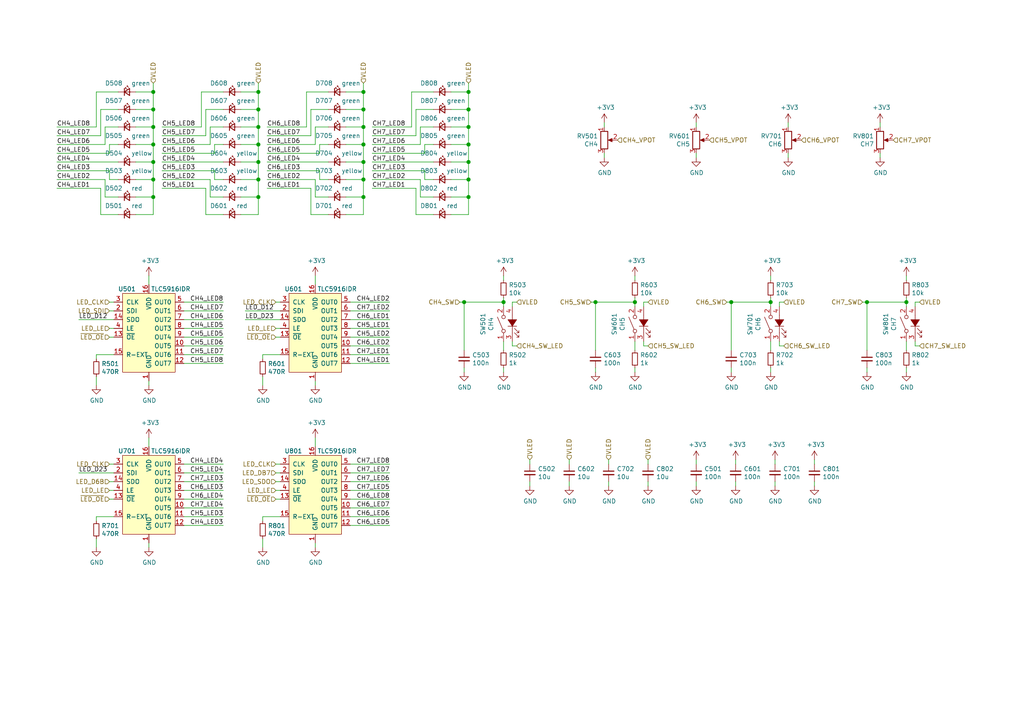
<source format=kicad_sch>
(kicad_sch (version 20211123) (generator eeschema)
  (paper "A4")
  (lib_symbols
    (symbol "Device:C_Small" (pin_numbers hide) (pin_names (offset 0.254) hide)
      (property "Reference" "C" (at 0.254 1.778 0))
      (property "Value" "C_Small" (at 0.254 -2.032 0))
      (symbol "C_Small_1_1"
        (pin passive line (at 0 2.54 270) (length 2.032) (name "~") (number "1"))
        (pin passive line (at 0 -2.54 90) (length 2.032) (name "~") (number "2"))
      )
    )
    (symbol "Device:LED_Small" (pin_numbers hide) (pin_names (offset 0.254) hide)
      (property "Reference" "D" (at -1.27 3.175 0))
      (property "Value" "LED_Small" (at -4.445 -2.54 0))
      (symbol "LED_Small_1_1"
        (pin passive line (at -2.54 0 0) (length 1.778) (name "K") (number "1"))
        (pin passive line (at 2.54 0 180) (length 1.778) (name "A") (number "2"))
      )
    )
    (symbol "Device:R_Potentiometer" (pin_names (offset 1.016) hide)
      (property "Reference" "RV" (at -4.445 0 90))
      (property "Value" "R_Potentiometer" (at -2.54 0 90))
      (symbol "R_Potentiometer_1_1"
        (pin passive line (at 0 3.81 270) (length 1.27) (name "1") (number "1"))
        (pin passive line (at 3.81 0 180) (length 1.27) (name "2") (number "2"))
        (pin passive line (at 0 -3.81 90) (length 1.27) (name "3") (number "3"))
      )
    )
    (symbol "Device:R_Small" (pin_numbers hide) (pin_names (offset 0.254) hide)
      (property "Reference" "R" (at 0.762 0.508 0))
      (property "Value" "R_Small" (at 0.762 -1.016 0))
      (symbol "R_Small_1_1"
        (pin passive line (at 0 2.54 270) (length 0.762) (name "~") (number "1"))
        (pin passive line (at 0 -2.54 90) (length 0.762) (name "~") (number "2"))
      )
    )
    (symbol "Switch:SW_SPST_LED" (pin_names (offset 1.016) hide)
      (property "Reference" "SW" (at 0.635 5.715 0))
      (property "Value" "SW_SPST_LED" (at 0 -3.175 0))
      (symbol "SW_SPST_LED_0_1"
        (pin passive line (at -5.08 2.54 0) (length 2.54) (name "1") (number "1"))
        (pin passive line (at 5.08 2.54 180) (length 2.54) (name "2") (number "2"))
        (pin passive line (at -5.08 0 0) (length 2.54) (name "K") (number "3"))
        (pin passive line (at 5.08 0 180) (length 2.54) (name "A") (number "4"))
      )
    )
    (symbol "power:+3.3V" (power) (pin_names (offset 0))
      (property "Value" "+3.3V" (at 0 3.556 0))
      (symbol "+3.3V_1_1"
        (pin power_in line (at 0 0 90) (length 0) hide (name "+3V3") (number "1"))
      )
    )
    (symbol "power:GND" (power) (pin_names (offset 0))
      (property "Value" "GND" (at 0 -3.81 0))
      (symbol "GND_1_1"
        (pin power_in line (at 0 0 270) (length 0) hide (name "GND") (number "1"))
      )
    )
    (symbol "twam-LED:TLC591x" (pin_names (offset 1.016))
      (property "Reference" "U" (at -12.7 127 0))
      (property "Value" "TLC591x" (at -12.7 128.27 0))
      (symbol "TLC591x_1_1"
        (pin power_in line (at 0 -13.97 90) (length 2.54) (name "GND") (number "1"))
        (pin power_out line (at 10.16 -3.81 180) (length 2.54) (name "OUT5") (number "10"))
        (pin power_out line (at 10.16 -6.35 180) (length 2.54) (name "OUT6") (number "11"))
        (pin power_out line (at 10.16 -8.89 180) (length 2.54) (name "OUT7") (number "12"))
        (pin input line (at -10.16 -1.27 0) (length 2.54) (name "~{OE}") (number "13"))
        (pin output line (at -10.16 3.81 0) (length 2.54) (name "SDO") (number "14"))
        (pin input line (at -10.16 -6.35 0) (length 2.54) (name "R-EXT") (number "15"))
        (pin power_in line (at 0 13.97 270) (length 2.54) (name "VDD") (number "16"))
        (pin input line (at -10.16 6.35 0) (length 2.54) (name "SDI") (number "2"))
        (pin input line (at -10.16 8.89 0) (length 2.54) (name "CLK") (number "3"))
        (pin input line (at -10.16 1.27 0) (length 2.54) (name "LE") (number "4"))
        (pin power_out line (at 10.16 8.89 180) (length 2.54) (name "OUT0") (number "5"))
        (pin power_out line (at 10.16 6.35 180) (length 2.54) (name "OUT1") (number "6"))
        (pin power_out line (at 10.16 3.81 180) (length 2.54) (name "OUT2") (number "7"))
        (pin power_out line (at 10.16 1.27 180) (length 2.54) (name "OUT3") (number "8"))
        (pin power_out line (at 10.16 -1.27 180) (length 2.54) (name "OUT4") (number "9"))
      )
    )
  )
  (junction (at 74.93 52.07) (diameter 1.016))
  (junction (at 172.72 87.63) (diameter 1.016))
  (junction (at 105.41 41.91) (diameter 1.016))
  (junction (at 74.93 31.75) (diameter 1.016))
  (junction (at 44.45 57.15) (diameter 1.016))
  (junction (at 135.89 41.91) (diameter 1.016))
  (junction (at 262.89 87.63) (diameter 1.016))
  (junction (at 105.41 52.07) (diameter 1.016))
  (junction (at 184.15 87.63) (diameter 1.016))
  (junction (at 135.89 57.15) (diameter 1.016))
  (junction (at 44.45 36.83) (diameter 1.016))
  (junction (at 74.93 57.15) (diameter 1.016))
  (junction (at 74.93 46.99) (diameter 1.016))
  (junction (at 135.89 52.07) (diameter 1.016))
  (junction (at 135.89 36.83) (diameter 1.016))
  (junction (at 105.41 36.83) (diameter 1.016))
  (junction (at 135.89 31.75) (diameter 1.016))
  (junction (at 105.41 57.15) (diameter 1.016))
  (junction (at 74.93 26.67) (diameter 1.016))
  (junction (at 135.89 26.67) (diameter 1.016))
  (junction (at 44.45 52.07) (diameter 1.016))
  (junction (at 105.41 46.99) (diameter 1.016))
  (junction (at 44.45 31.75) (diameter 1.016))
  (junction (at 251.46 87.63) (diameter 1.016))
  (junction (at 135.89 46.99) (diameter 1.016))
  (junction (at 44.45 41.91) (diameter 1.016))
  (junction (at 105.41 26.67) (diameter 1.016))
  (junction (at 223.52 87.63) (diameter 1.016))
  (junction (at 134.62 87.63) (diameter 1.016))
  (junction (at 74.93 41.91) (diameter 1.016))
  (junction (at 212.09 87.63) (diameter 1.016))
  (junction (at 44.45 46.99) (diameter 1.016))
  (junction (at 44.45 26.67) (diameter 1.016))
  (junction (at 146.05 87.63) (diameter 1.016))
  (junction (at 74.93 36.83) (diameter 1.016))
  (junction (at 105.41 31.75) (diameter 1.016))
  (wire (pts (xy 46.99 46.99) (xy 64.77 46.99)))
  (wire (pts (xy 31.75 52.07) (xy 31.75 49.53)))
  (wire (pts (xy 105.41 31.75) (xy 105.41 26.67)))
  (wire (pts (xy 213.36 133.35) (xy 213.36 134.62)))
  (wire (pts (xy 262.89 101.6) (xy 262.89 99.06)))
  (wire (pts (xy 135.89 41.91) (xy 135.89 36.83)))
  (wire (pts (xy 223.52 86.36) (xy 223.52 87.63)))
  (wire (pts (xy 46.99 49.53) (xy 62.23 49.53)))
  (wire (pts (xy 113.03 149.86) (xy 101.6 149.86)))
  (wire (pts (xy 64.77 134.62) (xy 53.34 134.62)))
  (wire (pts (xy 146.05 87.63) (xy 146.05 88.9)))
  (wire (pts (xy 125.73 62.23) (xy 120.65 62.23)))
  (wire (pts (xy 135.89 57.15) (xy 135.89 52.07)))
  (wire (pts (xy 22.86 92.71) (xy 33.02 92.71)))
  (wire (pts (xy 31.75 144.78) (xy 33.02 144.78)))
  (wire (pts (xy 113.03 102.87) (xy 101.6 102.87)))
  (wire (pts (xy 76.2 102.87) (xy 81.28 102.87)))
  (wire (pts (xy 71.12 92.71) (xy 81.28 92.71)))
  (wire (pts (xy 80.01 139.7) (xy 81.28 139.7)))
  (wire (pts (xy 74.93 62.23) (xy 74.93 57.15)))
  (wire (pts (xy 46.99 44.45) (xy 62.23 44.45)))
  (wire (pts (xy 100.33 46.99) (xy 105.41 46.99)))
  (wire (pts (xy 27.94 102.87) (xy 33.02 102.87)))
  (wire (pts (xy 120.65 62.23) (xy 120.65 54.61)))
  (wire (pts (xy 64.77 31.75) (xy 59.69 31.75)))
  (wire (pts (xy 95.25 62.23) (xy 90.17 62.23)))
  (wire (pts (xy 30.48 57.15) (xy 30.48 52.07)))
  (wire (pts (xy 95.25 52.07) (xy 92.71 52.07)))
  (wire (pts (xy 77.47 36.83) (xy 88.9 36.83)))
  (wire (pts (xy 175.26 44.45) (xy 175.26 45.72)))
  (wire (pts (xy 113.03 152.4) (xy 101.6 152.4)))
  (wire (pts (xy 60.96 57.15) (xy 60.96 52.07)))
  (wire (pts (xy 44.45 52.07) (xy 44.45 46.99)))
  (wire (pts (xy 46.99 54.61) (xy 59.69 54.61)))
  (wire (pts (xy 34.29 52.07) (xy 31.75 52.07)))
  (wire (pts (xy 100.33 36.83) (xy 105.41 36.83)))
  (wire (pts (xy 107.95 49.53) (xy 123.19 49.53)))
  (wire (pts (xy 146.05 101.6) (xy 146.05 99.06)))
  (wire (pts (xy 74.93 31.75) (xy 74.93 26.67)))
  (wire (pts (xy 123.19 52.07) (xy 123.19 49.53)))
  (wire (pts (xy 64.77 97.79) (xy 53.34 97.79)))
  (wire (pts (xy 113.03 134.62) (xy 101.6 134.62)))
  (wire (pts (xy 153.67 140.97) (xy 153.67 139.7)))
  (wire (pts (xy 107.95 41.91) (xy 121.92 41.91)))
  (wire (pts (xy 134.62 101.6) (xy 134.62 87.63)))
  (wire (pts (xy 186.69 87.63) (xy 187.96 87.63)))
  (wire (pts (xy 236.22 140.97) (xy 236.22 139.7)))
  (wire (pts (xy 113.03 139.7) (xy 101.6 139.7)))
  (wire (pts (xy 113.03 100.33) (xy 101.6 100.33)))
  (wire (pts (xy 44.45 46.99) (xy 44.45 41.91)))
  (wire (pts (xy 201.93 133.35) (xy 201.93 134.62)))
  (wire (pts (xy 113.03 144.78) (xy 101.6 144.78)))
  (wire (pts (xy 27.94 149.86) (xy 33.02 149.86)))
  (wire (pts (xy 184.15 87.63) (xy 184.15 88.9)))
  (wire (pts (xy 90.17 31.75) (xy 90.17 39.37)))
  (wire (pts (xy 44.45 26.67) (xy 39.37 26.67)))
  (wire (pts (xy 107.95 39.37) (xy 120.65 39.37)))
  (wire (pts (xy 16.51 54.61) (xy 29.21 54.61)))
  (wire (pts (xy 16.51 49.53) (xy 31.75 49.53)))
  (wire (pts (xy 64.77 105.41) (xy 53.34 105.41)))
  (wire (pts (xy 212.09 106.68) (xy 212.09 107.95)))
  (wire (pts (xy 130.81 46.99) (xy 135.89 46.99)))
  (wire (pts (xy 64.77 36.83) (xy 60.96 36.83)))
  (wire (pts (xy 27.94 26.67) (xy 27.94 36.83)))
  (wire (pts (xy 186.69 88.9) (xy 186.69 87.63)))
  (wire (pts (xy 125.73 26.67) (xy 119.38 26.67)))
  (wire (pts (xy 223.52 87.63) (xy 212.09 87.63)))
  (wire (pts (xy 39.37 52.07) (xy 44.45 52.07)))
  (wire (pts (xy 135.89 31.75) (xy 135.89 26.67)))
  (wire (pts (xy 64.77 52.07) (xy 62.23 52.07)))
  (wire (pts (xy 64.77 149.86) (xy 53.34 149.86)))
  (wire (pts (xy 34.29 57.15) (xy 30.48 57.15)))
  (wire (pts (xy 100.33 31.75) (xy 105.41 31.75)))
  (wire (pts (xy 134.62 106.68) (xy 134.62 107.95)))
  (wire (pts (xy 16.51 39.37) (xy 29.21 39.37)))
  (wire (pts (xy 69.85 57.15) (xy 74.93 57.15)))
  (wire (pts (xy 80.01 137.16) (xy 81.28 137.16)))
  (wire (pts (xy 69.85 62.23) (xy 74.93 62.23)))
  (wire (pts (xy 44.45 31.75) (xy 44.45 26.67)))
  (wire (pts (xy 201.93 140.97) (xy 201.93 139.7)))
  (wire (pts (xy 69.85 52.07) (xy 74.93 52.07)))
  (wire (pts (xy 22.86 137.16) (xy 33.02 137.16)))
  (wire (pts (xy 46.99 39.37) (xy 59.69 39.37)))
  (wire (pts (xy 212.09 101.6) (xy 212.09 87.63)))
  (wire (pts (xy 80.01 144.78) (xy 81.28 144.78)))
  (wire (pts (xy 113.03 137.16) (xy 101.6 137.16)))
  (wire (pts (xy 125.73 41.91) (xy 123.19 41.91)))
  (wire (pts (xy 265.43 99.06) (xy 265.43 100.33)))
  (wire (pts (xy 64.77 26.67) (xy 58.42 26.67)))
  (wire (pts (xy 76.2 151.13) (xy 76.2 149.86)))
  (wire (pts (xy 226.06 100.33) (xy 227.33 100.33)))
  (wire (pts (xy 113.03 90.17) (xy 101.6 90.17)))
  (wire (pts (xy 16.51 44.45) (xy 31.75 44.45)))
  (wire (pts (xy 187.96 133.35) (xy 187.96 134.62)))
  (wire (pts (xy 100.33 62.23) (xy 105.41 62.23)))
  (wire (pts (xy 153.67 133.35) (xy 153.67 134.62)))
  (wire (pts (xy 27.94 151.13) (xy 27.94 149.86)))
  (wire (pts (xy 105.41 24.13) (xy 105.41 26.67)))
  (wire (pts (xy 113.03 142.24) (xy 101.6 142.24)))
  (wire (pts (xy 121.92 36.83) (xy 121.92 41.91)))
  (wire (pts (xy 69.85 46.99) (xy 74.93 46.99)))
  (wire (pts (xy 16.51 46.99) (xy 34.29 46.99)))
  (wire (pts (xy 77.47 52.07) (xy 91.44 52.07)))
  (wire (pts (xy 34.29 36.83) (xy 30.48 36.83)))
  (wire (pts (xy 224.79 140.97) (xy 224.79 139.7)))
  (wire (pts (xy 184.15 87.63) (xy 172.72 87.63)))
  (wire (pts (xy 92.71 52.07) (xy 92.71 49.53)))
  (wire (pts (xy 77.47 44.45) (xy 92.71 44.45)))
  (wire (pts (xy 135.89 62.23) (xy 135.89 57.15)))
  (wire (pts (xy 39.37 57.15) (xy 44.45 57.15)))
  (wire (pts (xy 125.73 52.07) (xy 123.19 52.07)))
  (wire (pts (xy 107.95 44.45) (xy 123.19 44.45)))
  (wire (pts (xy 60.96 36.83) (xy 60.96 41.91)))
  (wire (pts (xy 223.52 87.63) (xy 223.52 88.9)))
  (wire (pts (xy 64.77 100.33) (xy 53.34 100.33)))
  (wire (pts (xy 31.75 90.17) (xy 33.02 90.17)))
  (wire (pts (xy 186.69 100.33) (xy 187.96 100.33)))
  (wire (pts (xy 148.59 100.33) (xy 149.86 100.33)))
  (wire (pts (xy 251.46 101.6) (xy 251.46 87.63)))
  (wire (pts (xy 34.29 62.23) (xy 29.21 62.23)))
  (wire (pts (xy 39.37 46.99) (xy 44.45 46.99)))
  (wire (pts (xy 74.93 26.67) (xy 69.85 26.67)))
  (wire (pts (xy 16.51 41.91) (xy 30.48 41.91)))
  (wire (pts (xy 105.41 41.91) (xy 105.41 36.83)))
  (wire (pts (xy 27.94 156.21) (xy 27.94 158.75)))
  (wire (pts (xy 186.69 99.06) (xy 186.69 100.33)))
  (wire (pts (xy 125.73 57.15) (xy 121.92 57.15)))
  (wire (pts (xy 121.92 57.15) (xy 121.92 52.07)))
  (wire (pts (xy 262.89 87.63) (xy 251.46 87.63)))
  (wire (pts (xy 44.45 57.15) (xy 44.45 52.07)))
  (wire (pts (xy 146.05 86.36) (xy 146.05 87.63)))
  (wire (pts (xy 135.89 46.99) (xy 135.89 41.91)))
  (wire (pts (xy 59.69 31.75) (xy 59.69 39.37)))
  (wire (pts (xy 148.59 87.63) (xy 149.86 87.63)))
  (wire (pts (xy 64.77 62.23) (xy 59.69 62.23)))
  (wire (pts (xy 95.25 36.83) (xy 91.44 36.83)))
  (wire (pts (xy 251.46 87.63) (xy 250.19 87.63)))
  (wire (pts (xy 64.77 95.25) (xy 53.34 95.25)))
  (wire (pts (xy 16.51 52.07) (xy 30.48 52.07)))
  (wire (pts (xy 251.46 106.68) (xy 251.46 107.95)))
  (wire (pts (xy 184.15 80.01) (xy 184.15 81.28)))
  (wire (pts (xy 31.75 97.79) (xy 33.02 97.79)))
  (wire (pts (xy 255.27 44.45) (xy 255.27 45.72)))
  (wire (pts (xy 76.2 109.22) (xy 76.2 111.76)))
  (wire (pts (xy 88.9 26.67) (xy 88.9 36.83)))
  (wire (pts (xy 80.01 97.79) (xy 81.28 97.79)))
  (wire (pts (xy 100.33 41.91) (xy 105.41 41.91)))
  (wire (pts (xy 69.85 36.83) (xy 74.93 36.83)))
  (wire (pts (xy 113.03 147.32) (xy 101.6 147.32)))
  (wire (pts (xy 262.89 87.63) (xy 262.89 88.9)))
  (wire (pts (xy 91.44 158.75) (xy 91.44 157.48)))
  (wire (pts (xy 130.81 62.23) (xy 135.89 62.23)))
  (wire (pts (xy 39.37 36.83) (xy 44.45 36.83)))
  (wire (pts (xy 175.26 35.56) (xy 175.26 36.83)))
  (wire (pts (xy 107.95 46.99) (xy 125.73 46.99)))
  (wire (pts (xy 223.52 101.6) (xy 223.52 99.06)))
  (wire (pts (xy 135.89 24.13) (xy 135.89 26.67)))
  (wire (pts (xy 125.73 31.75) (xy 120.65 31.75)))
  (wire (pts (xy 34.29 31.75) (xy 29.21 31.75)))
  (wire (pts (xy 16.51 36.83) (xy 27.94 36.83)))
  (wire (pts (xy 58.42 26.67) (xy 58.42 36.83)))
  (wire (pts (xy 76.2 156.21) (xy 76.2 158.75)))
  (wire (pts (xy 77.47 46.99) (xy 95.25 46.99)))
  (wire (pts (xy 148.59 88.9) (xy 148.59 87.63)))
  (wire (pts (xy 76.2 149.86) (xy 81.28 149.86)))
  (wire (pts (xy 95.25 57.15) (xy 91.44 57.15)))
  (wire (pts (xy 91.44 82.55) (xy 91.44 80.01)))
  (wire (pts (xy 176.53 140.97) (xy 176.53 139.7)))
  (wire (pts (xy 39.37 41.91) (xy 44.45 41.91)))
  (wire (pts (xy 74.93 52.07) (xy 74.93 46.99)))
  (wire (pts (xy 187.96 140.97) (xy 187.96 139.7)))
  (wire (pts (xy 29.21 31.75) (xy 29.21 39.37)))
  (wire (pts (xy 135.89 52.07) (xy 135.89 46.99)))
  (wire (pts (xy 130.81 57.15) (xy 135.89 57.15)))
  (wire (pts (xy 123.19 41.91) (xy 123.19 44.45)))
  (wire (pts (xy 265.43 100.33) (xy 266.7 100.33)))
  (wire (pts (xy 119.38 26.67) (xy 119.38 36.83)))
  (wire (pts (xy 113.03 87.63) (xy 101.6 87.63)))
  (wire (pts (xy 223.52 80.01) (xy 223.52 81.28)))
  (wire (pts (xy 34.29 26.67) (xy 27.94 26.67)))
  (wire (pts (xy 226.06 99.06) (xy 226.06 100.33)))
  (wire (pts (xy 64.77 87.63) (xy 53.34 87.63)))
  (wire (pts (xy 226.06 87.63) (xy 227.33 87.63)))
  (wire (pts (xy 135.89 36.83) (xy 135.89 31.75)))
  (wire (pts (xy 201.93 44.45) (xy 201.93 45.72)))
  (wire (pts (xy 135.89 26.67) (xy 130.81 26.67)))
  (wire (pts (xy 130.81 41.91) (xy 135.89 41.91)))
  (wire (pts (xy 77.47 39.37) (xy 90.17 39.37)))
  (wire (pts (xy 91.44 129.54) (xy 91.44 127)))
  (wire (pts (xy 113.03 92.71) (xy 101.6 92.71)))
  (wire (pts (xy 64.77 147.32) (xy 53.34 147.32)))
  (wire (pts (xy 105.41 52.07) (xy 105.41 46.99)))
  (wire (pts (xy 95.25 41.91) (xy 92.71 41.91)))
  (wire (pts (xy 213.36 140.97) (xy 213.36 139.7)))
  (wire (pts (xy 46.99 41.91) (xy 60.96 41.91)))
  (wire (pts (xy 125.73 36.83) (xy 121.92 36.83)))
  (wire (pts (xy 31.75 95.25) (xy 33.02 95.25)))
  (wire (pts (xy 184.15 101.6) (xy 184.15 99.06)))
  (wire (pts (xy 31.75 134.62) (xy 33.02 134.62)))
  (wire (pts (xy 91.44 36.83) (xy 91.44 41.91)))
  (wire (pts (xy 120.65 31.75) (xy 120.65 39.37)))
  (wire (pts (xy 69.85 41.91) (xy 74.93 41.91)))
  (wire (pts (xy 262.89 80.01) (xy 262.89 81.28)))
  (wire (pts (xy 64.77 137.16) (xy 53.34 137.16)))
  (wire (pts (xy 130.81 36.83) (xy 135.89 36.83)))
  (wire (pts (xy 95.25 31.75) (xy 90.17 31.75)))
  (wire (pts (xy 107.95 54.61) (xy 120.65 54.61)))
  (wire (pts (xy 105.41 26.67) (xy 100.33 26.67)))
  (wire (pts (xy 77.47 41.91) (xy 91.44 41.91)))
  (wire (pts (xy 43.18 129.54) (xy 43.18 127)))
  (wire (pts (xy 64.77 142.24) (xy 53.34 142.24)))
  (wire (pts (xy 226.06 88.9) (xy 226.06 87.63)))
  (wire (pts (xy 74.93 46.99) (xy 74.93 41.91)))
  (wire (pts (xy 64.77 92.71) (xy 53.34 92.71)))
  (wire (pts (xy 80.01 87.63) (xy 81.28 87.63)))
  (wire (pts (xy 44.45 36.83) (xy 44.45 31.75)))
  (wire (pts (xy 39.37 62.23) (xy 44.45 62.23)))
  (wire (pts (xy 105.41 57.15) (xy 105.41 52.07)))
  (wire (pts (xy 71.12 90.17) (xy 81.28 90.17)))
  (wire (pts (xy 80.01 134.62) (xy 81.28 134.62)))
  (wire (pts (xy 43.18 158.75) (xy 43.18 157.48)))
  (wire (pts (xy 62.23 41.91) (xy 62.23 44.45)))
  (wire (pts (xy 76.2 104.14) (xy 76.2 102.87)))
  (wire (pts (xy 46.99 52.07) (xy 60.96 52.07)))
  (wire (pts (xy 64.77 152.4) (xy 53.34 152.4)))
  (wire (pts (xy 107.95 36.83) (xy 119.38 36.83)))
  (wire (pts (xy 172.72 101.6) (xy 172.72 87.63)))
  (wire (pts (xy 64.77 139.7) (xy 53.34 139.7)))
  (wire (pts (xy 165.1 133.35) (xy 165.1 134.62)))
  (wire (pts (xy 59.69 62.23) (xy 59.69 54.61)))
  (wire (pts (xy 34.29 41.91) (xy 31.75 41.91)))
  (wire (pts (xy 113.03 97.79) (xy 101.6 97.79)))
  (wire (pts (xy 80.01 142.24) (xy 81.28 142.24)))
  (wire (pts (xy 27.94 109.22) (xy 27.94 111.76)))
  (wire (pts (xy 64.77 102.87) (xy 53.34 102.87)))
  (wire (pts (xy 255.27 35.56) (xy 255.27 36.83)))
  (wire (pts (xy 31.75 87.63) (xy 33.02 87.63)))
  (wire (pts (xy 43.18 82.55) (xy 43.18 80.01)))
  (wire (pts (xy 91.44 111.76) (xy 91.44 110.49)))
  (wire (pts (xy 262.89 107.95) (xy 262.89 106.68)))
  (wire (pts (xy 105.41 62.23) (xy 105.41 57.15)))
  (wire (pts (xy 224.79 133.35) (xy 224.79 134.62)))
  (wire (pts (xy 44.45 24.13) (xy 44.45 26.67)))
  (wire (pts (xy 64.77 90.17) (xy 53.34 90.17)))
  (wire (pts (xy 223.52 107.95) (xy 223.52 106.68)))
  (wire (pts (xy 31.75 142.24) (xy 33.02 142.24)))
  (wire (pts (xy 62.23 52.07) (xy 62.23 49.53)))
  (wire (pts (xy 100.33 52.07) (xy 105.41 52.07)))
  (wire (pts (xy 95.25 26.67) (xy 88.9 26.67)))
  (wire (pts (xy 44.45 41.91) (xy 44.45 36.83)))
  (wire (pts (xy 31.75 139.7) (xy 33.02 139.7)))
  (wire (pts (xy 69.85 31.75) (xy 74.93 31.75)))
  (wire (pts (xy 64.77 41.91) (xy 62.23 41.91)))
  (wire (pts (xy 74.93 41.91) (xy 74.93 36.83)))
  (wire (pts (xy 100.33 57.15) (xy 105.41 57.15)))
  (wire (pts (xy 74.93 24.13) (xy 74.93 26.67)))
  (wire (pts (xy 130.81 31.75) (xy 135.89 31.75)))
  (wire (pts (xy 146.05 107.95) (xy 146.05 106.68)))
  (wire (pts (xy 27.94 104.14) (xy 27.94 102.87)))
  (wire (pts (xy 91.44 57.15) (xy 91.44 52.07)))
  (wire (pts (xy 29.21 62.23) (xy 29.21 54.61)))
  (wire (pts (xy 113.03 105.41) (xy 101.6 105.41)))
  (wire (pts (xy 228.6 44.45) (xy 228.6 45.72)))
  (wire (pts (xy 265.43 87.63) (xy 266.7 87.63)))
  (wire (pts (xy 107.95 52.07) (xy 121.92 52.07)))
  (wire (pts (xy 39.37 31.75) (xy 44.45 31.75)))
  (wire (pts (xy 165.1 140.97) (xy 165.1 139.7)))
  (wire (pts (xy 146.05 80.01) (xy 146.05 81.28)))
  (wire (pts (xy 228.6 35.56) (xy 228.6 36.83)))
  (wire (pts (xy 74.93 57.15) (xy 74.93 52.07)))
  (wire (pts (xy 212.09 87.63) (xy 210.82 87.63)))
  (wire (pts (xy 64.77 57.15) (xy 60.96 57.15)))
  (wire (pts (xy 30.48 36.83) (xy 30.48 41.91)))
  (wire (pts (xy 105.41 36.83) (xy 105.41 31.75)))
  (wire (pts (xy 46.99 36.83) (xy 58.42 36.83)))
  (wire (pts (xy 64.77 144.78) (xy 53.34 144.78)))
  (wire (pts (xy 113.03 95.25) (xy 101.6 95.25)))
  (wire (pts (xy 77.47 54.61) (xy 90.17 54.61)))
  (wire (pts (xy 74.93 36.83) (xy 74.93 31.75)))
  (wire (pts (xy 43.18 111.76) (xy 43.18 110.49)))
  (wire (pts (xy 184.15 107.95) (xy 184.15 106.68)))
  (wire (pts (xy 44.45 62.23) (xy 44.45 57.15)))
  (wire (pts (xy 134.62 87.63) (xy 133.35 87.63)))
  (wire (pts (xy 77.47 49.53) (xy 92.71 49.53)))
  (wire (pts (xy 80.01 95.25) (xy 81.28 95.25)))
  (wire (pts (xy 176.53 133.35) (xy 176.53 134.62)))
  (wire (pts (xy 262.89 86.36) (xy 262.89 87.63)))
  (wire (pts (xy 92.71 41.91) (xy 92.71 44.45)))
  (wire (pts (xy 90.17 62.23) (xy 90.17 54.61)))
  (wire (pts (xy 130.81 52.07) (xy 135.89 52.07)))
  (wire (pts (xy 172.72 106.68) (xy 172.72 107.95)))
  (wire (pts (xy 105.41 46.99) (xy 105.41 41.91)))
  (wire (pts (xy 265.43 88.9) (xy 265.43 87.63)))
  (wire (pts (xy 148.59 99.06) (xy 148.59 100.33)))
  (wire (pts (xy 236.22 133.35) (xy 236.22 134.62)))
  (wire (pts (xy 31.75 41.91) (xy 31.75 44.45)))
  (wire (pts (xy 146.05 87.63) (xy 134.62 87.63)))
  (wire (pts (xy 172.72 87.63) (xy 171.45 87.63)))
  (wire (pts (xy 184.15 86.36) (xy 184.15 87.63)))
  (wire (pts (xy 201.93 35.56) (xy 201.93 36.83)))
  (label "CH5_LED7" (at 46.99 39.37 0))
  (label "CH4_LED1" (at 16.51 54.61 0))
  (label "CH5_LED6" (at 46.99 41.91 0))
  (label "CH6_LED4" (at 64.77 144.78 180))
  (label "CH7_LED7" (at 107.95 39.37 0))
  (label "CH5_LED3" (at 46.99 49.53 0))
  (label "CH4_LED2" (at 16.51 52.07 0))
  (label "CH5_LED3" (at 64.77 149.86 180))
  (label "CH4_LED5" (at 64.77 95.25 180))
  (label "CH7_LED2" (at 107.95 52.07 0))
  (label "CH4_LED2" (at 113.03 87.63 180))
  (label "CH7_LED5" (at 107.95 44.45 0))
  (label "CH4_LED4" (at 64.77 134.62 180))
  (label "CH5_LED8" (at 46.99 36.83 0))
  (label "LED_D12" (at 22.86 92.71 0))
  (label "CH5_LED1" (at 46.99 54.61 0))
  (label "CH6_LED3" (at 77.47 49.53 0))
  (label "CH6_LED2" (at 113.03 100.33 180))
  (label "CH7_LED1" (at 107.95 54.61 0))
  (label "LED_D23" (at 71.12 92.71 0))
  (label "CH5_LED4" (at 46.99 46.99 0))
  (label "CH5_LED2" (at 46.99 52.07 0))
  (label "CH7_LED8" (at 113.03 134.62 180))
  (label "CH6_LED6" (at 77.47 41.91 0))
  (label "CH6_LED7" (at 77.47 39.37 0))
  (label "CH4_LED8" (at 64.77 87.63 180))
  (label "CH5_LED4" (at 64.77 137.16 180))
  (label "CH7_LED4" (at 64.77 147.32 180))
  (label "LED_D12" (at 71.12 90.17 0))
  (label "CH7_LED8" (at 107.95 36.83 0))
  (label "CH5_LED6" (at 64.77 100.33 180))
  (label "CH4_LED4" (at 16.51 46.99 0))
  (label "CH4_LED7" (at 16.51 39.37 0))
  (label "CH5_LED8" (at 64.77 105.41 180))
  (label "CH7_LED1" (at 113.03 102.87 180))
  (label "CH4_LED6" (at 64.77 92.71 180))
  (label "CH7_LED3" (at 107.95 49.53 0))
  (label "CH6_LED5" (at 77.47 44.45 0))
  (label "CH7_LED4" (at 107.95 46.99 0))
  (label "CH7_LED6" (at 107.95 41.91 0))
  (label "CH6_LED7" (at 113.03 147.32 180))
  (label "CH6_LED2" (at 77.47 52.07 0))
  (label "CH5_LED5" (at 46.99 44.45 0))
  (label "CH6_LED6" (at 113.03 149.86 180))
  (label "CH7_LED6" (at 113.03 139.7 180))
  (label "CH6_LED4" (at 77.47 46.99 0))
  (label "CH6_LED3" (at 64.77 142.24 180))
  (label "CH6_LED8" (at 113.03 144.78 180))
  (label "CH6_LED1" (at 77.47 54.61 0))
  (label "CH5_LED2" (at 113.03 97.79 180))
  (label "LED_D23" (at 22.86 137.16 0))
  (label "CH4_LED1" (at 113.03 105.41 180))
  (label "CH4_LED3" (at 64.77 152.4 180))
  (label "CH4_LED8" (at 16.51 36.83 0))
  (label "CH4_LED6" (at 16.51 41.91 0))
  (label "CH4_LED5" (at 16.51 44.45 0))
  (label "CH6_LED1" (at 113.03 92.71 180))
  (label "CH7_LED3" (at 64.77 139.7 180))
  (label "CH5_LED1" (at 113.03 95.25 180))
  (label "CH6_LED8" (at 77.47 36.83 0))
  (label "CH4_LED3" (at 16.51 49.53 0))
  (label "CH5_LED5" (at 64.77 97.79 180))
  (label "CH5_LED7" (at 64.77 102.87 180))
  (label "CH4_LED7" (at 64.77 90.17 180))
  (label "CH7_LED5" (at 113.03 142.24 180))
  (label "CH7_LED2" (at 113.03 90.17 180))
  (label "CH7_LED7" (at 113.03 137.16 180))
  (label "CH6_LED5" (at 113.03 152.4 180))
  (hierarchical_label "~{LED_OE}" (shape input) (at 80.01 97.79 180))
  (hierarchical_label "VLED" (shape input) (at 176.53 133.35 90))
  (hierarchical_label "VLED" (shape input) (at 44.45 24.13 90))
  (hierarchical_label "~{LED_OE}" (shape input) (at 31.75 97.79 180))
  (hierarchical_label "VLED" (shape input) (at 153.67 133.35 90))
  (hierarchical_label "LED_CLK" (shape input) (at 80.01 134.62 180))
  (hierarchical_label "VLED" (shape input) (at 187.96 87.63 0))
  (hierarchical_label "CH5_SW" (shape input) (at 171.45 87.63 180))
  (hierarchical_label "VLED" (shape input) (at 187.96 133.35 90))
  (hierarchical_label "VLED" (shape input) (at 105.41 24.13 90))
  (hierarchical_label "CH4_SW" (shape input) (at 133.35 87.63 180))
  (hierarchical_label "LED_DB7" (shape input) (at 80.01 137.16 180))
  (hierarchical_label "LED_LE" (shape input) (at 31.75 95.25 180))
  (hierarchical_label "CH4_SW_LED" (shape input) (at 149.86 100.33 0))
  (hierarchical_label "LED_LE" (shape input) (at 80.01 95.25 180))
  (hierarchical_label "CH6_SW_LED" (shape input) (at 227.33 100.33 0))
  (hierarchical_label "VLED" (shape input) (at 74.93 24.13 90))
  (hierarchical_label "CH4_VPOT" (shape input) (at 179.07 40.64 0))
  (hierarchical_label "CH7_SW" (shape input) (at 250.19 87.63 180))
  (hierarchical_label "VLED" (shape input) (at 135.89 24.13 90))
  (hierarchical_label "LED_LE" (shape input) (at 31.75 142.24 180))
  (hierarchical_label "CH5_VPOT" (shape input) (at 205.74 40.64 0))
  (hierarchical_label "VLED" (shape input) (at 165.1 133.35 90))
  (hierarchical_label "LED_SDO" (shape input) (at 80.01 139.7 180))
  (hierarchical_label "VLED" (shape input) (at 266.7 87.63 0))
  (hierarchical_label "~{LED_OE}" (shape input) (at 80.01 144.78 180))
  (hierarchical_label "CH7_SW_LED" (shape input) (at 266.7 100.33 0))
  (hierarchical_label "LED_CLK" (shape input) (at 31.75 87.63 180))
  (hierarchical_label "~{LED_OE}" (shape input) (at 31.75 144.78 180))
  (hierarchical_label "VLED" (shape input) (at 149.86 87.63 0))
  (hierarchical_label "CH7_VPOT" (shape input) (at 259.08 40.64 0))
  (hierarchical_label "CH6_VPOT" (shape input) (at 232.41 40.64 0))
  (hierarchical_label "LED_LE" (shape input) (at 80.01 142.24 180))
  (hierarchical_label "LED_D6B" (shape input) (at 31.75 139.7 180))
  (hierarchical_label "CH6_SW" (shape input) (at 210.82 87.63 180))
  (hierarchical_label "CH5_SW_LED" (shape input) (at 187.96 100.33 0))
  (hierarchical_label "LED_CLK" (shape input) (at 31.75 134.62 180))
  (hierarchical_label "LED_SDI" (shape input) (at 31.75 90.17 180))
  (hierarchical_label "LED_CLK" (shape input) (at 80.01 87.63 180))
  (hierarchical_label "VLED" (shape input) (at 227.33 87.63 0))
  (symbol (lib_id "Device:LED_Small") (at 128.27 46.99 0) (unit 1)
    (property "Reference" "D804" (at 127 44.45 0) (effects (justify right)))
    (property "Value" "yellow" (at 129.54 44.45 0) (effects (justify left)))
    (property "Footprint" "LED_SMD:LED_0805_2012Metric" (effects hide))
    (property "LCSC" "C2296" (effects hide))
  )
  (symbol (lib_id "Device:LED_Small") (at 128.27 26.67 0) (unit 1)
    (property "Reference" "D808" (at 127 24.13 0) (effects (justify right)))
    (property "Value" "green" (at 129.54 24.13 0) (effects (justify left)))
    (property "Footprint" "LED_SMD:LED_0805_2012Metric" (effects hide))
    (property "LCSC" "C2297" (effects hide))
  )
  (symbol (lib_id "Device:LED_Small") (at 128.27 31.75 0) (unit 1)
    (property "Reference" "D807" (at 127 29.21 0) (effects (justify right)))
    (property "Value" "green" (at 129.54 29.21 0) (effects (justify left)))
    (property "Footprint" "LED_SMD:LED_0805_2012Metric" (effects hide))
    (property "LCSC" "C2297" (effects hide))
  )
  (symbol (lib_id "Device:LED_Small") (at 128.27 36.83 0) (unit 1)
    (property "Reference" "D806" (at 127 34.29 0) (effects (justify right)))
    (property "Value" "green" (at 129.54 34.29 0) (effects (justify left)))
    (property "Footprint" "LED_SMD:LED_0805_2012Metric" (effects hide))
    (property "LCSC" "C2297" (effects hide))
  )
  (symbol (lib_id "Device:R_Potentiometer") (at 255.27 40.64 0) (unit 1)
    (property "Reference" "RV801" (at 253.492 39.4716 0) (effects (justify right)))
    (property "Value" "CH7" (at 253.492 41.783 0) (effects (justify right)))
    (property "Footprint" "twam-Misc:RK09D1130-F25" (effects hide))
  )
  (symbol (lib_id "power:+3.3V") (at 91.44 127 0) (unit 1)
    (property "Reference" "#PWR0181" (effects hide))
    (property "Value" "+3.3V" (at 91.821 122.6058 0))
  )
  (symbol (lib_id "power:+3.3V") (at 201.93 133.35 0) (unit 1)
    (property "Reference" "#PWR0182" (effects hide))
    (property "Value" "+3.3V" (at 202.311 128.9558 0))
  )
  (symbol (lib_id "power:+3.3V") (at 255.27 35.56 0) (unit 1)
    (property "Reference" "#PWR0184" (effects hide))
    (property "Value" "+3.3V" (at 255.651 31.1658 0))
  )
  (symbol (lib_id "Device:C_Small") (at 201.93 137.16 0) (unit 1)
    (property "Reference" "C501" (at 204.2668 135.9916 0) (effects (justify left)))
    (property "Value" "100n" (at 204.2668 138.303 0) (effects (justify left)))
    (property "Footprint" "Capacitor_SMD:C_0603_1608Metric" (effects hide))
    (property "LCSC" "C14663" (effects hide))
  )
  (symbol (lib_id "power:GND") (at 201.93 140.97 0) (unit 1)
    (property "Reference" "#PWR0187" (effects hide))
    (property "Value" "GND" (at 202.057 145.3642 0))
  )
  (symbol (lib_id "power:GND") (at 255.27 45.72 0) (unit 1)
    (property "Reference" "#PWR0188" (effects hide))
    (property "Value" "GND" (at 255.397 50.1142 0))
  )
  (symbol (lib_id "power:GND") (at 76.2 158.75 0) (unit 1)
    (property "Reference" "#PWR0195" (effects hide))
    (property "Value" "GND" (at 76.327 163.1442 0))
  )
  (symbol (lib_id "Device:R_Small") (at 76.2 153.67 0) (unit 1)
    (property "Reference" "R801" (at 77.6986 152.5016 0) (effects (justify left)))
    (property "Value" "470R" (at 77.6986 154.813 0) (effects (justify left)))
    (property "Footprint" "Resistor_SMD:R_0603_1608Metric" (effects hide))
    (property "LCSC" "C23179" (effects hide))
  )
  (symbol (lib_id "Device:LED_Small") (at 128.27 41.91 0) (unit 1)
    (property "Reference" "D805" (at 127 39.37 0) (effects (justify right)))
    (property "Value" "green" (at 129.54 39.37 0) (effects (justify left)))
    (property "Footprint" "LED_SMD:LED_0805_2012Metric" (effects hide))
    (property "LCSC" "C2297" (effects hide))
  )
  (symbol (lib_id "Device:LED_Small") (at 128.27 52.07 0) (unit 1)
    (property "Reference" "D803" (at 127 49.53 0) (effects (justify right)))
    (property "Value" "yellow" (at 129.54 49.53 0) (effects (justify left)))
    (property "Footprint" "LED_SMD:LED_0805_2012Metric" (effects hide))
    (property "LCSC" "C2296" (effects hide))
  )
  (symbol (lib_id "power:GND") (at 91.44 158.75 0) (unit 1)
    (property "Reference" "#PWR0196" (effects hide))
    (property "Value" "GND" (at 91.567 163.1442 0))
  )
  (symbol (lib_id "Device:LED_Small") (at 128.27 57.15 0) (unit 1)
    (property "Reference" "D802" (at 127 54.61 0) (effects (justify right)))
    (property "Value" "red" (at 129.54 54.61 0) (effects (justify left)))
    (property "Footprint" "LED_SMD:LED_0805_2012Metric" (effects hide))
    (property "LCSC" "C84256" (effects hide))
  )
  (symbol (lib_id "twam-LED:TLC591x") (at 91.44 143.51 0) (unit 1)
    (property "Reference" "U801" (at 85.09 130.81 0))
    (property "Value" "TLC5916IDR" (at 97.79 130.81 0))
    (property "Footprint" "Package_SO:SOIC-16_3.9x9.9mm_P1.27mm" (effects hide))
    (property "LCSC" "C90107" (effects hide))
  )
  (symbol (lib_id "Device:LED_Small") (at 128.27 62.23 0) (unit 1)
    (property "Reference" "D801" (at 127 59.69 0) (effects (justify right)))
    (property "Value" "red" (at 129.54 59.69 0) (effects (justify left)))
    (property "Footprint" "LED_SMD:LED_0805_2012Metric" (effects hide))
    (property "LCSC" "C84256" (effects hide))
  )
  (symbol (lib_id "Device:LED_Small") (at 97.79 46.99 0) (unit 1)
    (property "Reference" "D704" (at 96.52 44.45 0) (effects (justify right)))
    (property "Value" "yellow" (at 99.06 44.45 0) (effects (justify left)))
    (property "Footprint" "LED_SMD:LED_0805_2012Metric" (effects hide))
    (property "LCSC" "C2296" (effects hide))
  )
  (symbol (lib_id "Device:LED_Small") (at 97.79 26.67 0) (unit 1)
    (property "Reference" "D708" (at 96.52 24.13 0) (effects (justify right)))
    (property "Value" "green" (at 99.06 24.13 0) (effects (justify left)))
    (property "Footprint" "LED_SMD:LED_0805_2012Metric" (effects hide))
    (property "LCSC" "C2297" (effects hide))
  )
  (symbol (lib_id "Device:LED_Small") (at 97.79 31.75 0) (unit 1)
    (property "Reference" "D707" (at 96.52 29.21 0) (effects (justify right)))
    (property "Value" "green" (at 99.06 29.21 0) (effects (justify left)))
    (property "Footprint" "LED_SMD:LED_0805_2012Metric" (effects hide))
    (property "LCSC" "C2297" (effects hide))
  )
  (symbol (lib_id "Device:LED_Small") (at 97.79 36.83 0) (unit 1)
    (property "Reference" "D706" (at 96.52 34.29 0) (effects (justify right)))
    (property "Value" "green" (at 99.06 34.29 0) (effects (justify left)))
    (property "Footprint" "LED_SMD:LED_0805_2012Metric" (effects hide))
    (property "LCSC" "C2297" (effects hide))
  )
  (symbol (lib_id "Device:R_Potentiometer") (at 228.6 40.64 0) (unit 1)
    (property "Reference" "RV701" (at 226.822 39.4716 0) (effects (justify right)))
    (property "Value" "CH6" (at 226.822 41.783 0) (effects (justify right)))
    (property "Footprint" "twam-Misc:RK09D1130-F25" (effects hide))
  )
  (symbol (lib_id "power:+3.3V") (at 43.18 127 0) (unit 1)
    (property "Reference" "#PWR0198" (effects hide))
    (property "Value" "+3.3V" (at 43.561 122.6058 0))
  )
  (symbol (lib_id "power:+3.3V") (at 213.36 133.35 0) (unit 1)
    (property "Reference" "#PWR0202" (effects hide))
    (property "Value" "+3.3V" (at 213.741 128.9558 0))
  )
  (symbol (lib_id "power:+3.3V") (at 228.6 35.56 0) (unit 1)
    (property "Reference" "#PWR0203" (effects hide))
    (property "Value" "+3.3V" (at 228.981 31.1658 0))
  )
  (symbol (lib_id "Device:C_Small") (at 165.1 137.16 0) (unit 1)
    (property "Reference" "C602" (at 167.4368 135.9916 0) (effects (justify left)))
    (property "Value" "10u" (at 167.4368 138.303 0) (effects (justify left)))
    (property "Footprint" "Capacitor_SMD:C_0805_2012Metric" (effects hide))
    (property "LCSC" "C15850" (effects hide))
  )
  (symbol (lib_id "Device:C_Small") (at 213.36 137.16 0) (unit 1)
    (property "Reference" "C601" (at 215.6968 135.9916 0) (effects (justify left)))
    (property "Value" "100n" (at 215.6968 138.303 0) (effects (justify left)))
    (property "Footprint" "Capacitor_SMD:C_0603_1608Metric" (effects hide))
    (property "LCSC" "C14663" (effects hide))
  )
  (symbol (lib_id "power:GND") (at 165.1 140.97 0) (unit 1)
    (property "Reference" "#PWR0211" (effects hide))
    (property "Value" "GND" (at 165.227 145.3642 0))
  )
  (symbol (lib_id "power:GND") (at 213.36 140.97 0) (unit 1)
    (property "Reference" "#PWR0212" (effects hide))
    (property "Value" "GND" (at 213.487 145.3642 0))
  )
  (symbol (lib_id "power:GND") (at 228.6 45.72 0) (unit 1)
    (property "Reference" "#PWR0214" (effects hide))
    (property "Value" "GND" (at 228.727 50.1142 0))
  )
  (symbol (lib_id "power:GND") (at 27.94 158.75 0) (unit 1)
    (property "Reference" "#PWR0218" (effects hide))
    (property "Value" "GND" (at 28.067 163.1442 0))
  )
  (symbol (lib_id "Device:R_Small") (at 27.94 153.67 0) (unit 1)
    (property "Reference" "R701" (at 29.4386 152.5016 0) (effects (justify left)))
    (property "Value" "470R" (at 29.4386 154.813 0) (effects (justify left)))
    (property "Footprint" "Resistor_SMD:R_0603_1608Metric" (effects hide))
    (property "LCSC" "C23179" (effects hide))
  )
  (symbol (lib_id "Device:LED_Small") (at 97.79 41.91 0) (unit 1)
    (property "Reference" "D705" (at 96.52 39.37 0) (effects (justify right)))
    (property "Value" "green" (at 99.06 39.37 0) (effects (justify left)))
    (property "Footprint" "LED_SMD:LED_0805_2012Metric" (effects hide))
    (property "LCSC" "C2297" (effects hide))
  )
  (symbol (lib_id "Device:LED_Small") (at 97.79 52.07 0) (unit 1)
    (property "Reference" "D703" (at 96.52 49.53 0) (effects (justify right)))
    (property "Value" "yellow" (at 99.06 49.53 0) (effects (justify left)))
    (property "Footprint" "LED_SMD:LED_0805_2012Metric" (effects hide))
    (property "LCSC" "C2296" (effects hide))
  )
  (symbol (lib_id "power:GND") (at 43.18 158.75 0) (unit 1)
    (property "Reference" "#PWR0219" (effects hide))
    (property "Value" "GND" (at 43.307 163.1442 0))
  )
  (symbol (lib_id "Device:LED_Small") (at 97.79 57.15 0) (unit 1)
    (property "Reference" "D702" (at 96.52 54.61 0) (effects (justify right)))
    (property "Value" "red" (at 99.06 54.61 0) (effects (justify left)))
    (property "Footprint" "LED_SMD:LED_0805_2012Metric" (effects hide))
    (property "LCSC" "C84256" (effects hide))
  )
  (symbol (lib_id "twam-LED:TLC591x") (at 43.18 143.51 0) (unit 1)
    (property "Reference" "U701" (at 36.83 130.81 0))
    (property "Value" "TLC5916IDR" (at 49.53 130.81 0))
    (property "Footprint" "Package_SO:SOIC-16_3.9x9.9mm_P1.27mm" (effects hide))
    (property "LCSC" "C90107" (effects hide))
  )
  (symbol (lib_id "Device:LED_Small") (at 97.79 62.23 0) (unit 1)
    (property "Reference" "D701" (at 96.52 59.69 0) (effects (justify right)))
    (property "Value" "red" (at 99.06 59.69 0) (effects (justify left)))
    (property "Footprint" "LED_SMD:LED_0805_2012Metric" (effects hide))
    (property "LCSC" "C84256" (effects hide))
  )
  (symbol (lib_id "Device:R_Potentiometer") (at 201.93 40.64 0) (unit 1)
    (property "Reference" "RV601" (at 200.152 39.4716 0) (effects (justify right)))
    (property "Value" "CH5" (at 200.152 41.783 0) (effects (justify right)))
    (property "Footprint" "twam-Misc:RK09D1130-F25" (effects hide))
  )
  (symbol (lib_id "power:+3.3V") (at 91.44 80.01 0) (unit 1)
    (property "Reference" "#PWR0225" (effects hide))
    (property "Value" "+3.3V" (at 91.821 75.6158 0))
  )
  (symbol (lib_id "power:+3.3V") (at 224.79 133.35 0) (unit 1)
    (property "Reference" "#PWR0226" (effects hide))
    (property "Value" "+3.3V" (at 225.171 128.9558 0))
  )
  (symbol (lib_id "power:+3.3V") (at 201.93 35.56 0) (unit 1)
    (property "Reference" "#PWR0227" (effects hide))
    (property "Value" "+3.3V" (at 202.311 31.1658 0))
  )
  (symbol (lib_id "Device:C_Small") (at 176.53 137.16 0) (unit 1)
    (property "Reference" "C702" (at 178.8668 135.9916 0) (effects (justify left)))
    (property "Value" "10u" (at 178.8668 138.303 0) (effects (justify left)))
    (property "Footprint" "Capacitor_SMD:C_0805_2012Metric" (effects hide))
    (property "LCSC" "C15850" (effects hide))
  )
  (symbol (lib_id "Device:C_Small") (at 224.79 137.16 0) (unit 1)
    (property "Reference" "C701" (at 227.1268 135.9916 0) (effects (justify left)))
    (property "Value" "100n" (at 227.1268 138.303 0) (effects (justify left)))
    (property "Footprint" "Capacitor_SMD:C_0603_1608Metric" (effects hide))
    (property "LCSC" "C14663" (effects hide))
  )
  (symbol (lib_id "power:GND") (at 176.53 140.97 0) (unit 1)
    (property "Reference" "#PWR0228" (effects hide))
    (property "Value" "GND" (at 176.657 145.3642 0))
  )
  (symbol (lib_id "power:GND") (at 224.79 140.97 0) (unit 1)
    (property "Reference" "#PWR0229" (effects hide))
    (property "Value" "GND" (at 224.917 145.3642 0))
  )
  (symbol (lib_id "power:GND") (at 201.93 45.72 0) (unit 1)
    (property "Reference" "#PWR0230" (effects hide))
    (property "Value" "GND" (at 202.057 50.1142 0))
  )
  (symbol (lib_id "power:GND") (at 76.2 111.76 0) (unit 1)
    (property "Reference" "#PWR0231" (effects hide))
    (property "Value" "GND" (at 76.327 116.1542 0))
  )
  (symbol (lib_id "Device:R_Small") (at 76.2 106.68 0) (unit 1)
    (property "Reference" "R601" (at 77.6986 105.5116 0) (effects (justify left)))
    (property "Value" "470R" (at 77.6986 107.823 0) (effects (justify left)))
    (property "Footprint" "Resistor_SMD:R_0603_1608Metric" (effects hide))
    (property "LCSC" "C23179" (effects hide))
  )
  (symbol (lib_id "power:GND") (at 91.44 111.76 0) (unit 1)
    (property "Reference" "#PWR0232" (effects hide))
    (property "Value" "GND" (at 91.567 116.1542 0))
  )
  (symbol (lib_id "Device:LED_Small") (at 36.83 46.99 0) (unit 1)
    (property "Reference" "D504" (at 35.56 44.45 0) (effects (justify right)))
    (property "Value" "yellow" (at 38.1 44.45 0) (effects (justify left)))
    (property "Footprint" "LED_SMD:LED_0805_2012Metric" (effects hide))
    (property "LCSC" "C2296" (effects hide))
  )
  (symbol (lib_id "Device:LED_Small") (at 36.83 26.67 0) (unit 1)
    (property "Reference" "D508" (at 35.56 24.13 0) (effects (justify right)))
    (property "Value" "green" (at 38.1 24.13 0) (effects (justify left)))
    (property "Footprint" "LED_SMD:LED_0805_2012Metric" (effects hide))
    (property "LCSC" "C2297" (effects hide))
  )
  (symbol (lib_id "Device:LED_Small") (at 36.83 31.75 0) (unit 1)
    (property "Reference" "D507" (at 35.56 29.21 0) (effects (justify right)))
    (property "Value" "green" (at 38.1 29.21 0) (effects (justify left)))
    (property "Footprint" "LED_SMD:LED_0805_2012Metric" (effects hide))
    (property "LCSC" "C2297" (effects hide))
  )
  (symbol (lib_id "Device:LED_Small") (at 36.83 36.83 0) (unit 1)
    (property "Reference" "D506" (at 35.56 34.29 0) (effects (justify right)))
    (property "Value" "green" (at 38.1 34.29 0) (effects (justify left)))
    (property "Footprint" "LED_SMD:LED_0805_2012Metric" (effects hide))
    (property "LCSC" "C2297" (effects hide))
  )
  (symbol (lib_id "Device:R_Potentiometer") (at 175.26 40.64 0) (unit 1)
    (property "Reference" "RV501" (at 173.482 39.4716 0) (effects (justify right)))
    (property "Value" "CH4" (at 173.482 41.783 0) (effects (justify right)))
    (property "Footprint" "twam-Misc:RK09D1130-F25" (effects hide))
  )
  (symbol (lib_id "power:+3.3V") (at 43.18 80.01 0) (unit 1)
    (property "Reference" "#PWR0233" (effects hide))
    (property "Value" "+3.3V" (at 43.561 75.6158 0))
  )
  (symbol (lib_id "power:+3.3V") (at 236.22 133.35 0) (unit 1)
    (property "Reference" "#PWR0234" (effects hide))
    (property "Value" "+3.3V" (at 236.601 128.9558 0))
  )
  (symbol (lib_id "power:+3.3V") (at 175.26 35.56 0) (unit 1)
    (property "Reference" "#PWR0235" (effects hide))
    (property "Value" "+3.3V" (at 175.641 31.1658 0))
  )
  (symbol (lib_id "Device:C_Small") (at 187.96 137.16 0) (unit 1)
    (property "Reference" "C802" (at 190.2968 135.9916 0) (effects (justify left)))
    (property "Value" "10u" (at 190.2968 138.303 0) (effects (justify left)))
    (property "Footprint" "Capacitor_SMD:C_0805_2012Metric" (effects hide))
    (property "LCSC" "C15850" (effects hide))
  )
  (symbol (lib_id "Device:C_Small") (at 236.22 137.16 0) (unit 1)
    (property "Reference" "C801" (at 238.5568 135.9916 0) (effects (justify left)))
    (property "Value" "100n" (at 238.5568 138.303 0) (effects (justify left)))
    (property "Footprint" "Capacitor_SMD:C_0603_1608Metric" (effects hide))
    (property "LCSC" "C14663" (effects hide))
  )
  (symbol (lib_id "power:GND") (at 187.96 140.97 0) (unit 1)
    (property "Reference" "#PWR0236" (effects hide))
    (property "Value" "GND" (at 188.087 145.3642 0))
  )
  (symbol (lib_id "power:GND") (at 236.22 140.97 0) (unit 1)
    (property "Reference" "#PWR0237" (effects hide))
    (property "Value" "GND" (at 236.347 145.3642 0))
  )
  (symbol (lib_id "power:GND") (at 175.26 45.72 0) (unit 1)
    (property "Reference" "#PWR0238" (effects hide))
    (property "Value" "GND" (at 175.387 50.1142 0))
  )
  (symbol (lib_id "power:GND") (at 27.94 111.76 0) (unit 1)
    (property "Reference" "#PWR0239" (effects hide))
    (property "Value" "GND" (at 28.067 116.1542 0))
  )
  (symbol (lib_id "Device:R_Small") (at 27.94 106.68 0) (unit 1)
    (property "Reference" "R501" (at 29.4386 105.5116 0) (effects (justify left)))
    (property "Value" "470R" (at 29.4386 107.823 0) (effects (justify left)))
    (property "Footprint" "Resistor_SMD:R_0603_1608Metric" (effects hide))
    (property "LCSC" "C23179" (effects hide))
  )
  (symbol (lib_id "Device:LED_Small") (at 36.83 41.91 0) (unit 1)
    (property "Reference" "D505" (at 35.56 39.37 0) (effects (justify right)))
    (property "Value" "green" (at 38.1 39.37 0) (effects (justify left)))
    (property "Footprint" "LED_SMD:LED_0805_2012Metric" (effects hide))
    (property "LCSC" "C2297" (effects hide))
  )
  (symbol (lib_id "Device:LED_Small") (at 36.83 52.07 0) (unit 1)
    (property "Reference" "D503" (at 35.56 49.53 0) (effects (justify right)))
    (property "Value" "yellow" (at 38.1 49.53 0) (effects (justify left)))
    (property "Footprint" "LED_SMD:LED_0805_2012Metric" (effects hide))
    (property "LCSC" "C2296" (effects hide))
  )
  (symbol (lib_id "power:GND") (at 43.18 111.76 0) (unit 1)
    (property "Reference" "#PWR0240" (effects hide))
    (property "Value" "GND" (at 43.307 116.1542 0))
  )
  (symbol (lib_id "Device:LED_Small") (at 36.83 57.15 0) (unit 1)
    (property "Reference" "D502" (at 35.56 54.61 0) (effects (justify right)))
    (property "Value" "red" (at 38.1 54.61 0) (effects (justify left)))
    (property "Footprint" "LED_SMD:LED_0805_2012Metric" (effects hide))
    (property "LCSC" "C84256" (effects hide))
  )
  (symbol (lib_id "twam-LED:TLC591x") (at 43.18 96.52 0) (unit 1)
    (property "Reference" "U501" (at 36.83 83.82 0))
    (property "Value" "TLC5916IDR" (at 49.53 83.82 0))
    (property "Footprint" "Package_SO:SOIC-16_3.9x9.9mm_P1.27mm" (effects hide))
    (property "LCSC" "C90107" (effects hide))
  )
  (symbol (lib_id "Device:LED_Small") (at 36.83 62.23 0) (unit 1)
    (property "Reference" "D501" (at 35.56 59.69 0) (effects (justify right)))
    (property "Value" "red" (at 38.1 59.69 0) (effects (justify left)))
    (property "Footprint" "LED_SMD:LED_0805_2012Metric" (effects hide))
    (property "LCSC" "C84256" (effects hide))
  )
  (symbol (lib_id "power:GND") (at 153.67 140.97 0) (unit 1)
    (property "Reference" "#PWR0241" (effects hide))
    (property "Value" "GND" (at 153.797 145.3642 0))
  )
  (symbol (lib_id "Device:C_Small") (at 153.67 137.16 0) (unit 1)
    (property "Reference" "C502" (at 156.0068 135.9916 0) (effects (justify left)))
    (property "Value" "10u" (at 156.0068 138.303 0) (effects (justify left)))
    (property "Footprint" "Capacitor_SMD:C_0805_2012Metric" (effects hide))
    (property "LCSC" "C15850" (effects hide))
  )
  (symbol (lib_id "Device:LED_Small") (at 67.31 62.23 0) (unit 1)
    (property "Reference" "D601" (at 66.04 59.69 0) (effects (justify right)))
    (property "Value" "red" (at 68.58 59.69 0) (effects (justify left)))
    (property "Footprint" "LED_SMD:LED_0805_2012Metric" (effects hide))
    (property "LCSC" "C84256" (effects hide))
  )
  (symbol (lib_id "twam-LED:TLC591x") (at 91.44 96.52 0) (unit 1)
    (property "Reference" "U601" (at 85.09 83.82 0))
    (property "Value" "TLC5916IDR" (at 97.79 83.82 0))
    (property "Footprint" "Package_SO:SOIC-16_3.9x9.9mm_P1.27mm" (effects hide))
    (property "LCSC" "C90107" (effects hide))
  )
  (symbol (lib_id "Device:LED_Small") (at 67.31 57.15 0) (unit 1)
    (property "Reference" "D602" (at 66.04 54.61 0) (effects (justify right)))
    (property "Value" "red" (at 68.58 54.61 0) (effects (justify left)))
    (property "Footprint" "LED_SMD:LED_0805_2012Metric" (effects hide))
    (property "LCSC" "C84256" (effects hide))
  )
  (symbol (lib_id "Device:LED_Small") (at 67.31 52.07 0) (unit 1)
    (property "Reference" "D603" (at 66.04 49.53 0) (effects (justify right)))
    (property "Value" "yellow" (at 68.58 49.53 0) (effects (justify left)))
    (property "Footprint" "LED_SMD:LED_0805_2012Metric" (effects hide))
    (property "LCSC" "C2296" (effects hide))
  )
  (symbol (lib_id "Device:LED_Small") (at 67.31 41.91 0) (unit 1)
    (property "Reference" "D605" (at 66.04 39.37 0) (effects (justify right)))
    (property "Value" "green" (at 68.58 39.37 0) (effects (justify left)))
    (property "Footprint" "LED_SMD:LED_0805_2012Metric" (effects hide))
    (property "LCSC" "C2297" (effects hide))
  )
  (symbol (lib_id "Device:LED_Small") (at 67.31 36.83 0) (unit 1)
    (property "Reference" "D606" (at 66.04 34.29 0) (effects (justify right)))
    (property "Value" "green" (at 68.58 34.29 0) (effects (justify left)))
    (property "Footprint" "LED_SMD:LED_0805_2012Metric" (effects hide))
    (property "LCSC" "C2297" (effects hide))
  )
  (symbol (lib_id "Device:LED_Small") (at 67.31 31.75 0) (unit 1)
    (property "Reference" "D607" (at 66.04 29.21 0) (effects (justify right)))
    (property "Value" "green" (at 68.58 29.21 0) (effects (justify left)))
    (property "Footprint" "LED_SMD:LED_0805_2012Metric" (effects hide))
    (property "LCSC" "C2297" (effects hide))
  )
  (symbol (lib_id "Device:LED_Small") (at 67.31 26.67 0) (unit 1)
    (property "Reference" "D608" (at 66.04 24.13 0) (effects (justify right)))
    (property "Value" "green" (at 68.58 24.13 0) (effects (justify left)))
    (property "Footprint" "LED_SMD:LED_0805_2012Metric" (effects hide))
    (property "LCSC" "C2297" (effects hide))
  )
  (symbol (lib_id "Device:LED_Small") (at 67.31 46.99 0) (unit 1)
    (property "Reference" "D604" (at 66.04 44.45 0) (effects (justify right)))
    (property "Value" "yellow" (at 68.58 44.45 0) (effects (justify left)))
    (property "Footprint" "LED_SMD:LED_0805_2012Metric" (effects hide))
    (property "LCSC" "C2296" (effects hide))
  )
  (symbol (lib_id "Switch:SW_SPST_LED") (at 148.59 93.98 90) (unit 1)
    (property "Reference" "SW501" (at 140.081 93.98 0))
    (property "Value" "CH4" (at 142.3924 93.98 0))
    (property "Footprint" "twam-Misc:D6R-L-xx-xx-xx-LFS" (effects hide))
  )
  (symbol (lib_id "Device:C_Small") (at 134.62 104.14 0) (unit 1)
    (property "Reference" "C503" (at 136.9568 102.9716 0) (effects (justify left)))
    (property "Value" "100n" (at 136.9568 105.283 0) (effects (justify left)))
    (property "Footprint" "Capacitor_SMD:C_0603_1608Metric" (effects hide))
    (property "LCSC" "C14663" (effects hide))
  )
  (symbol (lib_id "Device:R_Small") (at 146.05 104.14 0) (unit 1)
    (property "Reference" "R502" (at 147.5486 102.9716 0) (effects (justify left)))
    (property "Value" "1k" (at 147.5486 105.283 0) (effects (justify left)))
    (property "Footprint" "Resistor_SMD:R_0603_1608Metric" (effects hide))
    (property "LCSC" "C21190" (effects hide))
  )
  (symbol (lib_id "power:GND") (at 146.05 107.95 0) (unit 1)
    (property "Reference" "#PWR0242" (effects hide))
    (property "Value" "GND" (at 146.177 112.3442 0))
  )
  (symbol (lib_id "power:GND") (at 134.62 107.95 0) (unit 1)
    (property "Reference" "#PWR0243" (effects hide))
    (property "Value" "GND" (at 134.747 112.3442 0))
  )
  (symbol (lib_id "Switch:SW_SPST_LED") (at 186.69 93.98 90) (unit 1)
    (property "Reference" "SW601" (at 178.181 93.98 0))
    (property "Value" "CH5" (at 180.4924 93.98 0))
    (property "Footprint" "twam-Misc:D6R-L-xx-xx-xx-LFS" (effects hide))
  )
  (symbol (lib_id "Device:C_Small") (at 172.72 104.14 0) (unit 1)
    (property "Reference" "C603" (at 175.0568 102.9716 0) (effects (justify left)))
    (property "Value" "100n" (at 175.0568 105.283 0) (effects (justify left)))
    (property "Footprint" "Capacitor_SMD:C_0603_1608Metric" (effects hide))
    (property "LCSC" "C14663" (effects hide))
  )
  (symbol (lib_id "Device:R_Small") (at 184.15 104.14 0) (unit 1)
    (property "Reference" "R602" (at 185.6486 102.9716 0) (effects (justify left)))
    (property "Value" "1k" (at 185.6486 105.283 0) (effects (justify left)))
    (property "Footprint" "Resistor_SMD:R_0603_1608Metric" (effects hide))
    (property "LCSC" "C21190" (effects hide))
  )
  (symbol (lib_id "Device:R_Small") (at 184.15 83.82 0) (unit 1)
    (property "Reference" "R603" (at 185.6486 82.6516 0) (effects (justify left)))
    (property "Value" "10k" (at 185.6486 84.963 0) (effects (justify left)))
    (property "Footprint" "Resistor_SMD:R_0603_1608Metric" (effects hide))
    (property "LCSC" "C25804" (effects hide))
  )
  (symbol (lib_id "power:GND") (at 184.15 107.95 0) (unit 1)
    (property "Reference" "#PWR0244" (effects hide))
    (property "Value" "GND" (at 184.277 112.3442 0))
  )
  (symbol (lib_id "power:+3.3V") (at 184.15 80.01 0) (unit 1)
    (property "Reference" "#PWR0245" (effects hide))
    (property "Value" "+3.3V" (at 184.531 75.6158 0))
  )
  (symbol (lib_id "power:GND") (at 172.72 107.95 0) (unit 1)
    (property "Reference" "#PWR0246" (effects hide))
    (property "Value" "GND" (at 172.847 112.3442 0))
  )
  (symbol (lib_id "Switch:SW_SPST_LED") (at 226.06 93.98 90) (unit 1)
    (property "Reference" "SW701" (at 217.551 93.98 0))
    (property "Value" "CH6" (at 219.8624 93.98 0))
    (property "Footprint" "twam-Misc:D6R-L-xx-xx-xx-LFS" (effects hide))
  )
  (symbol (lib_id "Device:C_Small") (at 212.09 104.14 0) (unit 1)
    (property "Reference" "C703" (at 214.4268 102.9716 0) (effects (justify left)))
    (property "Value" "100n" (at 214.4268 105.283 0) (effects (justify left)))
    (property "Footprint" "Capacitor_SMD:C_0603_1608Metric" (effects hide))
    (property "LCSC" "C14663" (effects hide))
  )
  (symbol (lib_id "Device:R_Small") (at 223.52 104.14 0) (unit 1)
    (property "Reference" "R702" (at 225.0186 102.9716 0) (effects (justify left)))
    (property "Value" "1k" (at 225.0186 105.283 0) (effects (justify left)))
    (property "Footprint" "Resistor_SMD:R_0603_1608Metric" (effects hide))
    (property "LCSC" "C21190" (effects hide))
  )
  (symbol (lib_id "Device:R_Small") (at 223.52 83.82 0) (unit 1)
    (property "Reference" "R703" (at 225.0186 82.6516 0) (effects (justify left)))
    (property "Value" "10k" (at 225.0186 84.963 0) (effects (justify left)))
    (property "Footprint" "Resistor_SMD:R_0603_1608Metric" (effects hide))
    (property "LCSC" "C25804" (effects hide))
  )
  (symbol (lib_id "power:GND") (at 223.52 107.95 0) (unit 1)
    (property "Reference" "#PWR0247" (effects hide))
    (property "Value" "GND" (at 223.647 112.3442 0))
  )
  (symbol (lib_id "power:+3.3V") (at 223.52 80.01 0) (unit 1)
    (property "Reference" "#PWR0248" (effects hide))
    (property "Value" "+3.3V" (at 223.901 75.6158 0))
  )
  (symbol (lib_id "power:GND") (at 212.09 107.95 0) (unit 1)
    (property "Reference" "#PWR0249" (effects hide))
    (property "Value" "GND" (at 212.217 112.3442 0))
  )
  (symbol (lib_id "Switch:SW_SPST_LED") (at 265.43 93.98 90) (unit 1)
    (property "Reference" "SW801" (at 256.921 93.98 0))
    (property "Value" "CH7" (at 259.2324 93.98 0))
    (property "Footprint" "twam-Misc:D6R-L-xx-xx-xx-LFS" (effects hide))
  )
  (symbol (lib_id "Device:C_Small") (at 251.46 104.14 0) (unit 1)
    (property "Reference" "C803" (at 253.7968 102.9716 0) (effects (justify left)))
    (property "Value" "100n" (at 253.7968 105.283 0) (effects (justify left)))
    (property "Footprint" "Capacitor_SMD:C_0603_1608Metric" (effects hide))
    (property "LCSC" "C14663" (effects hide))
  )
  (symbol (lib_id "Device:R_Small") (at 262.89 104.14 0) (unit 1)
    (property "Reference" "R802" (at 264.3886 102.9716 0) (effects (justify left)))
    (property "Value" "1k" (at 264.3886 105.283 0) (effects (justify left)))
    (property "Footprint" "Resistor_SMD:R_0603_1608Metric" (effects hide))
    (property "LCSC" "C21190" (effects hide))
  )
  (symbol (lib_id "Device:R_Small") (at 262.89 83.82 0) (unit 1)
    (property "Reference" "R803" (at 264.3886 82.6516 0) (effects (justify left)))
    (property "Value" "10k" (at 264.3886 84.963 0) (effects (justify left)))
    (property "Footprint" "Resistor_SMD:R_0603_1608Metric" (effects hide))
    (property "LCSC" "C25804" (effects hide))
  )
  (symbol (lib_id "power:GND") (at 262.89 107.95 0) (unit 1)
    (property "Reference" "#PWR0250" (effects hide))
    (property "Value" "GND" (at 263.017 112.3442 0))
  )
  (symbol (lib_id "power:+3.3V") (at 262.89 80.01 0) (unit 1)
    (property "Reference" "#PWR0251" (effects hide))
    (property "Value" "+3.3V" (at 263.271 75.6158 0))
  )
  (symbol (lib_id "power:GND") (at 251.46 107.95 0) (unit 1)
    (property "Reference" "#PWR0252" (effects hide))
    (property "Value" "GND" (at 251.587 112.3442 0))
  )
  (symbol (lib_id "power:+3.3V") (at 146.05 80.01 0) (unit 1)
    (property "Reference" "#PWR0253" (effects hide))
    (property "Value" "+3.3V" (at 146.431 75.6158 0))
  )
  (symbol (lib_id "Device:R_Small") (at 146.05 83.82 0) (unit 1)
    (property "Reference" "R503" (at 147.5486 82.6516 0) (effects (justify left)))
    (property "Value" "10k" (at 147.5486 84.963 0) (effects (justify left)))
    (property "Footprint" "Resistor_SMD:R_0603_1608Metric" (effects hide))
    (property "LCSC" "C25804" (effects hide))
  )
)
</source>
